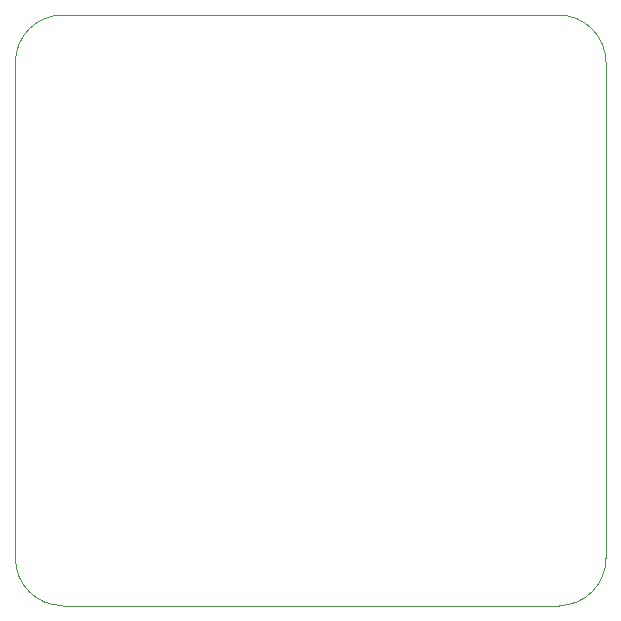
<source format=gbr>
%TF.GenerationSoftware,KiCad,Pcbnew,7.0.1-0*%
%TF.CreationDate,2024-03-03T19:15:34-08:00*%
%TF.ProjectId,BNOCAN,424e4f43-414e-42e6-9b69-6361645f7063,rev?*%
%TF.SameCoordinates,Original*%
%TF.FileFunction,Profile,NP*%
%FSLAX46Y46*%
G04 Gerber Fmt 4.6, Leading zero omitted, Abs format (unit mm)*
G04 Created by KiCad (PCBNEW 7.0.1-0) date 2024-03-03 19:15:34*
%MOMM*%
%LPD*%
G01*
G04 APERTURE LIST*
%TA.AperFunction,Profile*%
%ADD10C,0.100000*%
%TD*%
G04 APERTURE END LIST*
D10*
X160000000Y-59200000D02*
G75*
G03*
X156000000Y-55200000I-4000000J0D01*
G01*
X156028326Y-105199999D02*
G75*
G03*
X160000000Y-101200000I-28426J3999999D01*
G01*
X110000000Y-101200000D02*
X110000000Y-59200000D01*
X114000000Y-55200000D02*
X156000000Y-55200000D01*
X114000000Y-55200000D02*
G75*
G03*
X110000000Y-59200000I0J-4000000D01*
G01*
X156028326Y-105200000D02*
X114000000Y-105200000D01*
X110000000Y-101200000D02*
G75*
G03*
X114000000Y-105200000I4000000J0D01*
G01*
X160000000Y-59200000D02*
X160000000Y-101200000D01*
M02*

</source>
